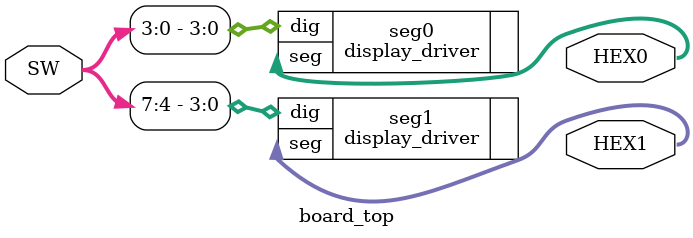
<source format=v>

module board_top
(
    input  [ 9:0] SW,

    output [ 7:0] HEX0,
    output [ 7:0] HEX1
);

    display_driver seg0 ( .dig(SW[3:0]), .seg(HEX0) );
    display_driver seg1 ( .dig(SW[7:4]), .seg(HEX1) );

endmodule

</source>
